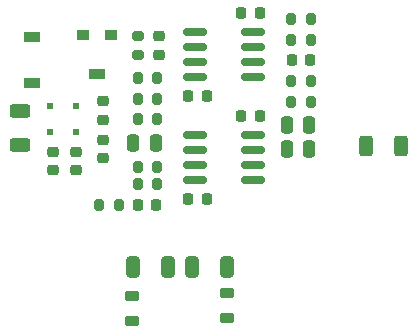
<source format=gbr>
%TF.GenerationSoftware,KiCad,Pcbnew,6.0.7-f9a2dced07~116~ubuntu20.04.1*%
%TF.CreationDate,2022-10-06T22:18:55-07:00*%
%TF.ProjectId,test-amp,74657374-2d61-46d7-902e-6b696361645f,rev?*%
%TF.SameCoordinates,Original*%
%TF.FileFunction,Paste,Top*%
%TF.FilePolarity,Positive*%
%FSLAX46Y46*%
G04 Gerber Fmt 4.6, Leading zero omitted, Abs format (unit mm)*
G04 Created by KiCad (PCBNEW 6.0.7-f9a2dced07~116~ubuntu20.04.1) date 2022-10-06 22:18:55*
%MOMM*%
%LPD*%
G01*
G04 APERTURE LIST*
G04 Aperture macros list*
%AMRoundRect*
0 Rectangle with rounded corners*
0 $1 Rounding radius*
0 $2 $3 $4 $5 $6 $7 $8 $9 X,Y pos of 4 corners*
0 Add a 4 corners polygon primitive as box body*
4,1,4,$2,$3,$4,$5,$6,$7,$8,$9,$2,$3,0*
0 Add four circle primitives for the rounded corners*
1,1,$1+$1,$2,$3*
1,1,$1+$1,$4,$5*
1,1,$1+$1,$6,$7*
1,1,$1+$1,$8,$9*
0 Add four rect primitives between the rounded corners*
20,1,$1+$1,$2,$3,$4,$5,0*
20,1,$1+$1,$4,$5,$6,$7,0*
20,1,$1+$1,$6,$7,$8,$9,0*
20,1,$1+$1,$8,$9,$2,$3,0*%
G04 Aperture macros list end*
%ADD10RoundRect,0.150000X-0.825000X-0.150000X0.825000X-0.150000X0.825000X0.150000X-0.825000X0.150000X0*%
%ADD11R,1.100000X0.900000*%
%ADD12R,1.400000X0.900000*%
%ADD13RoundRect,0.250000X0.312500X0.625000X-0.312500X0.625000X-0.312500X-0.625000X0.312500X-0.625000X0*%
%ADD14RoundRect,0.200000X0.200000X0.275000X-0.200000X0.275000X-0.200000X-0.275000X0.200000X-0.275000X0*%
%ADD15RoundRect,0.200000X-0.200000X-0.275000X0.200000X-0.275000X0.200000X0.275000X-0.200000X0.275000X0*%
%ADD16RoundRect,0.200000X-0.275000X0.200000X-0.275000X-0.200000X0.275000X-0.200000X0.275000X0.200000X0*%
%ADD17RoundRect,0.250000X0.625000X-0.312500X0.625000X0.312500X-0.625000X0.312500X-0.625000X-0.312500X0*%
%ADD18RoundRect,0.218750X0.381250X-0.218750X0.381250X0.218750X-0.381250X0.218750X-0.381250X-0.218750X0*%
%ADD19RoundRect,0.218750X-0.381250X0.218750X-0.381250X-0.218750X0.381250X-0.218750X0.381250X0.218750X0*%
%ADD20R,0.500000X0.500000*%
%ADD21RoundRect,0.225000X-0.225000X-0.250000X0.225000X-0.250000X0.225000X0.250000X-0.225000X0.250000X0*%
%ADD22RoundRect,0.250000X-0.250000X-0.475000X0.250000X-0.475000X0.250000X0.475000X-0.250000X0.475000X0*%
%ADD23RoundRect,0.225000X0.250000X-0.225000X0.250000X0.225000X-0.250000X0.225000X-0.250000X-0.225000X0*%
%ADD24RoundRect,0.225000X0.225000X0.250000X-0.225000X0.250000X-0.225000X-0.250000X0.225000X-0.250000X0*%
%ADD25RoundRect,0.225000X-0.250000X0.225000X-0.250000X-0.225000X0.250000X-0.225000X0.250000X0.225000X0*%
%ADD26RoundRect,0.250000X-0.325000X-0.650000X0.325000X-0.650000X0.325000X0.650000X-0.325000X0.650000X0*%
G04 APERTURE END LIST*
D10*
%TO.C,U2*%
X181225000Y-90345000D03*
X181225000Y-91615000D03*
X181225000Y-92885000D03*
X181225000Y-94155000D03*
X176275000Y-94155000D03*
X176275000Y-92885000D03*
X176275000Y-91615000D03*
X176275000Y-90345000D03*
%TD*%
%TO.C,U1*%
X181225000Y-99095000D03*
X181225000Y-100365000D03*
X181225000Y-101635000D03*
X181225000Y-102905000D03*
X176275000Y-102905000D03*
X176275000Y-101635000D03*
X176275000Y-100365000D03*
X176275000Y-99095000D03*
%TD*%
D11*
%TO.C,RV1*%
X166850000Y-90600000D03*
D12*
X168000000Y-93900000D03*
D11*
X169150000Y-90600000D03*
%TD*%
D13*
%TO.C,R13*%
X193712500Y-100000000D03*
X190787500Y-100000000D03*
%TD*%
D14*
%TO.C,R12*%
X184425000Y-89250000D03*
X186075000Y-89250000D03*
%TD*%
D15*
%TO.C,R11*%
X186075000Y-91000000D03*
X184425000Y-91000000D03*
%TD*%
D14*
%TO.C,R10*%
X184425000Y-94500000D03*
X186075000Y-94500000D03*
%TD*%
D15*
%TO.C,R9*%
X186075000Y-96250000D03*
X184425000Y-96250000D03*
%TD*%
%TO.C,R8*%
X169825000Y-105000000D03*
X168175000Y-105000000D03*
%TD*%
D14*
%TO.C,R7*%
X171425000Y-103250000D03*
X173075000Y-103250000D03*
%TD*%
%TO.C,R6*%
X171425000Y-101750000D03*
X173075000Y-101750000D03*
%TD*%
D16*
%TO.C,R5*%
X171500000Y-92325000D03*
X171500000Y-90675000D03*
%TD*%
D14*
%TO.C,R4*%
X171425000Y-97750000D03*
X173075000Y-97750000D03*
%TD*%
D15*
%TO.C,R3*%
X173075000Y-96000000D03*
X171425000Y-96000000D03*
%TD*%
%TO.C,R2*%
X173075000Y-94250000D03*
X171425000Y-94250000D03*
%TD*%
D17*
%TO.C,R1*%
X161500000Y-97037500D03*
X161500000Y-99962500D03*
%TD*%
D18*
%TO.C,FB2*%
X179000000Y-114562500D03*
X179000000Y-112437500D03*
%TD*%
D19*
%TO.C,FB1*%
X171000000Y-112687500D03*
X171000000Y-114812500D03*
%TD*%
D20*
%TO.C,D2*%
X164000000Y-98850000D03*
X164000000Y-96650000D03*
%TD*%
%TO.C,D1*%
X166250000Y-98850000D03*
X166250000Y-96650000D03*
%TD*%
D21*
%TO.C,C19*%
X186025000Y-92750000D03*
X184475000Y-92750000D03*
%TD*%
D22*
%TO.C,C18*%
X185950000Y-100250000D03*
X184050000Y-100250000D03*
%TD*%
%TO.C,C17*%
X185950000Y-98250000D03*
X184050000Y-98250000D03*
%TD*%
D21*
%TO.C,C16*%
X173025000Y-105000000D03*
X171475000Y-105000000D03*
%TD*%
D22*
%TO.C,C15*%
X172950000Y-99750000D03*
X171050000Y-99750000D03*
%TD*%
D23*
%TO.C,C14*%
X173250000Y-90725000D03*
X173250000Y-92275000D03*
%TD*%
D24*
%TO.C,C13*%
X175725000Y-95750000D03*
X177275000Y-95750000D03*
%TD*%
%TO.C,C12*%
X180225000Y-88750000D03*
X181775000Y-88750000D03*
%TD*%
D12*
%TO.C,C11*%
X162500000Y-90800000D03*
X162500000Y-94700000D03*
%TD*%
D23*
%TO.C,C10*%
X168500000Y-96225000D03*
X168500000Y-97775000D03*
%TD*%
D25*
%TO.C,C9*%
X168500000Y-101025000D03*
X168500000Y-99475000D03*
%TD*%
D23*
%TO.C,C8*%
X164250000Y-100475000D03*
X164250000Y-102025000D03*
%TD*%
D25*
%TO.C,C7*%
X166250000Y-102025000D03*
X166250000Y-100475000D03*
%TD*%
D24*
%TO.C,C6*%
X175725000Y-104500000D03*
X177275000Y-104500000D03*
%TD*%
%TO.C,C5*%
X180225000Y-97500000D03*
X181775000Y-97500000D03*
%TD*%
D26*
%TO.C,C4*%
X176025000Y-110250000D03*
X178975000Y-110250000D03*
%TD*%
%TO.C,C3*%
X171025000Y-110250000D03*
X173975000Y-110250000D03*
%TD*%
M02*

</source>
